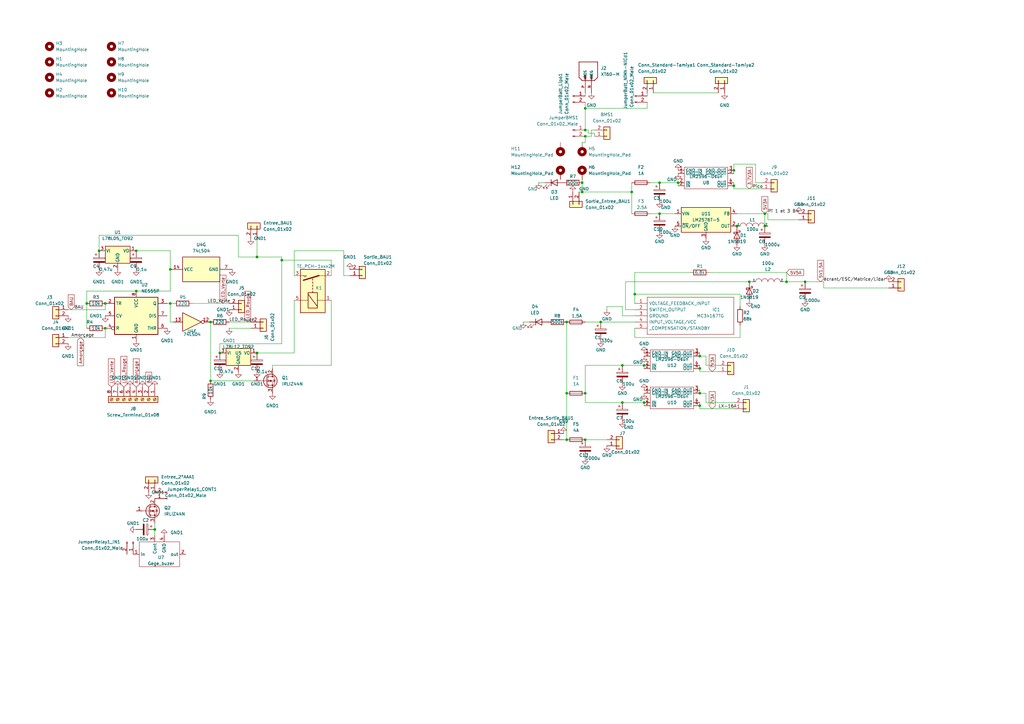
<source format=kicad_sch>
(kicad_sch (version 20230121) (generator eeschema)
  (paper "A3")
  (junction (at 278.13 74.93))
  (junction (at 232.41 161.29))
  (junction (at 63.5 217.17))
  (junction (at 43.18 124.46))
  (junction (at 240.03 53.34))
  (junction (at 287.02 161.29))
  (junction (at 35.56 124.46))
  (junction (at 86.36 132.08))
  (junction (at 69.85 124.46))
  (junction (at 264.16 149.86))
  (junction (at 238.76 78.74))
  (junction (at 287.02 151.13))
  (junction (at 105.41 105.41))
  (junction (at 40.64 102.87))
  (junction (at 259.08 78.74))
  (junction (at 69.85 110.49))
  (junction (at 302.26 92.71))
  (junction (at 313.69 92.71))
  (junction (at 264.16 165.1))
  (junction (at 322.58 115.57))
  (junction (at 260.35 120.65))
  (junction (at 55.88 102.87))
  (junction (at 287.02 166.37))
  (junction (at 287.02 146.05))
  (junction (at 86.36 156.21))
  (junction (at 313.69 87.63))
  (junction (at 255.27 149.86))
  (junction (at 43.18 134.62))
  (junction (at 232.41 180.34))
  (junction (at 240.03 44.45))
  (junction (at 232.41 132.08))
  (junction (at 115.57 106.68))
  (junction (at 300.99 69.85))
  (junction (at 238.76 74.93))
  (junction (at 240.03 180.34))
  (junction (at 270.51 74.93))
  (junction (at 240.03 55.88))
  (junction (at 246.38 132.08))
  (junction (at 270.51 87.63))
  (junction (at 307.34 115.57))
  (junction (at 330.2 115.57))
  (junction (at 300.99 76.2))
  (junction (at 240.03 161.29))
  (junction (at 105.41 144.78))
  (junction (at 90.17 144.78))
  (junction (at 255.27 165.1))
  (junction (at 55.88 119.38))
  (wire (pts (xy 140.97 102.87) (xy 140.97 113.03)))
  (wire (pts (xy 287.02 144.78) (xy 287.02 146.05)))
  (wire (pts (xy 111.76 151.13) (xy 111.76 149.86)))
  (wire (pts (xy 260.35 120.65) (xy 260.35 124.46)))
  (wire (pts (xy 287.02 146.05) (xy 289.56 146.05)))
  (wire (pts (xy 255.27 125.73) (xy 255.27 129.54)))
  (wire (pts (xy 322.58 111.76) (xy 322.58 115.57)))
  (wire (pts (xy 93.98 132.08) (xy 102.87 132.08)))
  (wire (pts (xy 97.79 96.52) (xy 97.79 105.41)))
  (wire (pts (xy 300.99 69.85) (xy 300.99 71.12)))
  (wire (pts (xy 69.85 110.49) (xy 69.85 119.38)))
  (wire (pts (xy 120.65 113.03) (xy 120.65 102.87)))
  (wire (pts (xy 35.56 124.46) (xy 35.56 134.62)))
  (wire (pts (xy 135.89 149.86) (xy 135.89 123.19)))
  (wire (pts (xy 287.02 165.1) (xy 287.02 166.37)))
  (wire (pts (xy 240.03 58.42) (xy 240.03 55.88)))
  (wire (pts (xy 69.85 132.08) (xy 71.12 132.08)))
  (wire (pts (xy 27.94 127) (xy 43.18 127)))
  (wire (pts (xy 115.57 106.68) (xy 115.57 140.97)))
  (wire (pts (xy 255.27 129.54) (xy 260.35 129.54)))
  (wire (pts (xy 69.85 124.46) (xy 68.58 124.46)))
  (wire (pts (xy 289.56 161.29) (xy 289.56 165.1)))
  (wire (pts (xy 260.35 120.65) (xy 303.53 120.65)))
  (wire (pts (xy 240.03 165.1) (xy 255.27 165.1)))
  (wire (pts (xy 242.57 53.34) (xy 242.57 55.88)))
  (wire (pts (xy 120.65 102.87) (xy 140.97 102.87)))
  (wire (pts (xy 55.88 102.87) (xy 69.85 102.87)))
  (wire (pts (xy 307.34 115.57) (xy 256.54 115.57)))
  (wire (pts (xy 243.84 54.61) (xy 241.3 54.61)))
  (wire (pts (xy 265.43 44.45) (xy 240.03 44.45)))
  (wire (pts (xy 270.51 87.63) (xy 276.86 87.63)))
  (wire (pts (xy 140.97 113.03) (xy 143.51 113.03)))
  (wire (pts (xy 321.31 115.57) (xy 322.58 115.57)))
  (wire (pts (xy 303.53 133.35) (xy 303.53 138.43)))
  (wire (pts (xy 309.88 74.93) (xy 312.42 74.93)))
  (wire (pts (xy 243.84 53.34) (xy 242.57 53.34)))
  (wire (pts (xy 248.92 125.73) (xy 255.27 125.73)))
  (wire (pts (xy 104.14 156.21) (xy 86.36 156.21)))
  (wire (pts (xy 105.41 105.41) (xy 115.57 105.41)))
  (wire (pts (xy 71.12 124.46) (xy 69.85 124.46)))
  (wire (pts (xy 238.76 74.93) (xy 238.76 78.74)))
  (wire (pts (xy 303.53 125.73) (xy 303.53 120.65)))
  (wire (pts (xy 313.69 87.63) (xy 313.69 92.71)))
  (wire (pts (xy 238.76 78.74) (xy 259.08 78.74)))
  (wire (pts (xy 102.87 134.62) (xy 93.98 134.62)))
  (wire (pts (xy 63.5 217.17) (xy 63.5 219.71)))
  (wire (pts (xy 283.21 111.76) (xy 260.35 111.76)))
  (wire (pts (xy 135.89 106.68) (xy 115.57 106.68)))
  (wire (pts (xy 289.56 165.1) (xy 300.99 165.1)))
  (wire (pts (xy 69.85 124.46) (xy 69.85 132.08)))
  (wire (pts (xy 287.02 149.86) (xy 287.02 151.13)))
  (wire (pts (xy 43.18 124.46) (xy 43.18 127)))
  (wire (pts (xy 256.54 127) (xy 260.35 127)))
  (wire (pts (xy 287.02 160.02) (xy 287.02 161.29)))
  (wire (pts (xy 105.41 97.79) (xy 105.41 105.41)))
  (wire (pts (xy 289.56 146.05) (xy 289.56 149.86)))
  (wire (pts (xy 27.94 138.43) (xy 43.18 138.43)))
  (wire (pts (xy 55.88 119.38) (xy 35.56 119.38)))
  (wire (pts (xy 115.57 105.41) (xy 115.57 106.68)))
  (wire (pts (xy 220.98 74.93) (xy 223.52 74.93)))
  (wire (pts (xy 264.16 149.86) (xy 264.16 151.13)))
  (wire (pts (xy 287.02 152.4) (xy 287.02 151.13)))
  (wire (pts (xy 278.13 74.93) (xy 278.13 76.2)))
  (wire (pts (xy 238.76 58.42) (xy 240.03 58.42)))
  (wire (pts (xy 287.02 161.29) (xy 289.56 161.29)))
  (wire (pts (xy 256.54 115.57) (xy 256.54 127)))
  (wire (pts (xy 265.43 41.91) (xy 265.43 44.45)))
  (wire (pts (xy 300.99 77.47) (xy 312.42 77.47)))
  (wire (pts (xy 300.99 67.31) (xy 300.99 69.85)))
  (wire (pts (xy 314.96 90.17) (xy 314.96 87.63)))
  (wire (pts (xy 115.57 140.97) (xy 90.17 140.97)))
  (wire (pts (xy 240.03 180.34) (xy 248.92 180.34)))
  (wire (pts (xy 255.27 165.1) (xy 264.16 165.1)))
  (wire (pts (xy 243.84 55.88) (xy 243.84 54.61)))
  (wire (pts (xy 111.76 149.86) (xy 135.89 149.86)))
  (wire (pts (xy 300.99 67.31) (xy 309.88 67.31)))
  (wire (pts (xy 314.96 92.71) (xy 313.69 92.71)))
  (wire (pts (xy 300.99 77.47) (xy 300.99 76.2)))
  (wire (pts (xy 105.41 144.78) (xy 120.65 144.78)))
  (wire (pts (xy 97.79 105.41) (xy 105.41 105.41)))
  (wire (pts (xy 232.41 180.34) (xy 232.41 161.29)))
  (wire (pts (xy 240.03 149.86) (xy 255.27 149.86)))
  (wire (pts (xy 240.03 149.86) (xy 240.03 161.29)))
  (wire (pts (xy 270.51 74.93) (xy 278.13 74.93)))
  (wire (pts (xy 240.03 39.37) (xy 240.03 38.1)))
  (wire (pts (xy 255.27 149.86) (xy 264.16 149.86)))
  (wire (pts (xy 266.7 87.63) (xy 270.51 87.63)))
  (wire (pts (xy 93.98 124.46) (xy 78.74 124.46)))
  (wire (pts (xy 241.3 53.34) (xy 240.03 53.34)))
  (wire (pts (xy 260.35 111.76) (xy 260.35 120.65)))
  (wire (pts (xy 232.41 132.08) (xy 232.41 161.29)))
  (wire (pts (xy 248.92 125.73) (xy 248.92 127)))
  (wire (pts (xy 327.66 90.17) (xy 314.96 90.17)))
  (wire (pts (xy 330.2 115.57) (xy 337.82 115.57)))
  (wire (pts (xy 267.97 38.1) (xy 294.64 38.1)))
  (wire (pts (xy 313.69 87.63) (xy 314.96 87.63)))
  (wire (pts (xy 35.56 119.38) (xy 35.56 124.46)))
  (wire (pts (xy 63.5 214.63) (xy 63.5 217.17)))
  (wire (pts (xy 259.08 78.74) (xy 259.08 87.63)))
  (wire (pts (xy 337.82 118.11) (xy 337.82 115.57)))
  (wire (pts (xy 307.34 115.57) (xy 308.61 115.57)))
  (wire (pts (xy 302.26 87.63) (xy 313.69 87.63)))
  (wire (pts (xy 242.57 55.88) (xy 240.03 55.88)))
  (wire (pts (xy 90.17 140.97) (xy 90.17 144.78)))
  (wire (pts (xy 322.58 115.57) (xy 330.2 115.57)))
  (wire (pts (xy 69.85 119.38) (xy 55.88 119.38)))
  (wire (pts (xy 259.08 74.93) (xy 259.08 78.74)))
  (wire (pts (xy 40.64 96.52) (xy 97.79 96.52)))
  (wire (pts (xy 309.88 67.31) (xy 309.88 74.93)))
  (wire (pts (xy 69.85 102.87) (xy 69.85 110.49)))
  (wire (pts (xy 238.76 73.66) (xy 238.76 74.93)))
  (wire (pts (xy 265.43 39.37) (xy 265.43 38.1)))
  (wire (pts (xy 294.64 152.4) (xy 287.02 152.4)))
  (wire (pts (xy 287.02 167.64) (xy 287.02 166.37)))
  (wire (pts (xy 322.58 111.76) (xy 290.83 111.76)))
  (wire (pts (xy 260.35 138.43) (xy 303.53 138.43)))
  (wire (pts (xy 240.03 132.08) (xy 246.38 132.08)))
  (wire (pts (xy 135.89 113.03) (xy 135.89 106.68)))
  (wire (pts (xy 231.14 180.34) (xy 232.41 180.34)))
  (wire (pts (xy 240.03 41.91) (xy 240.03 44.45)))
  (wire (pts (xy 240.03 161.29) (xy 240.03 165.1)))
  (wire (pts (xy 266.7 74.93) (xy 270.51 74.93)))
  (wire (pts (xy 264.16 165.1) (xy 264.16 166.37)))
  (wire (pts (xy 289.56 149.86) (xy 294.64 149.86)))
  (wire (pts (xy 120.65 144.78) (xy 120.65 123.19)))
  (wire (pts (xy 214.63 132.08) (xy 217.17 132.08)))
  (wire (pts (xy 240.03 44.45) (xy 240.03 53.34)))
  (wire (pts (xy 300.99 74.93) (xy 300.99 76.2)))
  (wire (pts (xy 237.49 78.74) (xy 238.76 78.74)))
  (wire (pts (xy 86.36 132.08) (xy 86.36 156.21)))
  (wire (pts (xy 43.18 138.43) (xy 43.18 134.62)))
  (wire (pts (xy 260.35 138.43) (xy 260.35 134.62)))
  (wire (pts (xy 300.99 167.64) (xy 287.02 167.64)))
  (wire (pts (xy 40.64 96.52) (xy 40.64 102.87)))
  (wire (pts (xy 364.49 118.11) (xy 337.82 118.11)))
  (wire (pts (xy 246.38 132.08) (xy 260.35 132.08)))
  (wire (pts (xy 241.3 54.61) (xy 241.3 53.34)))
  (label "Amorçage" (at 29.21 138.43 0))
  (label "LED_Rouge" (at 93.98 132.08 0))
  (label "BAU" (at 30.48 127 0))
  (label "Pico" (at 308.61 77.47 0))
  (label "LED_Verte" (at 85.09 124.46 0))
  (label "écrant{slash}ESC{slash}Matrice{slash}Lidar" (at 337.82 115.57 0))
  (label "LX-16A" (at 294.64 167.64 0))
  (label "Pi 1 et 3 B+" (at 314.96 87.63 0))
  (global_label "BAU" (shape input) (at 60.96 158.75 90) (property "Intersheetrefs" "${INTERSHEET_REFS}" (effects hide)))
  (global_label "Amorçage" (shape input) (at 55.88 158.75 90) (property "Intersheetrefs" "${INTERSHEET_REFS}" (effects hide)))
  (global_label "LED_Rouge" (shape input) (at 50.8 158.75 90) (property "Intersheetrefs" "${INTERSHEET_REFS}" (effects hide)))
  (global_label "5V5A" (shape input) (at 322.58 111.76 0) (property "Intersheetrefs" "${INTERSHEET_REFS}" (effects hide)))
  (global_label "LED_Rouge" (shape input) (at 101.6 132.08 90) (property "Intersheetrefs" "${INTERSHEET_REFS}" (effects hide)))
  (global_label "3,7V3A" (shape input) (at 307.34 77.47 90) (property "Intersheetrefs" "${INTERSHEET_REFS}" (effects hide)))
  (global_label "?V3A" (shape input) (at 292.1 152.4 90) (property "Intersheetrefs" "${INTERSHEET_REFS}" (effects hide)))
  (global_label "Amorçage" (shape input) (at 33.02 138.43 270) (property "Intersheetrefs" "${INTERSHEET_REFS}" (effects hide)))
  (global_label "5V1,5A" (shape input) (at 336.55 115.57 90) (property "Intersheetrefs" "${INTERSHEET_REFS}" (effects hide)))
  (global_label "7V3A" (shape input) (at 292.1 167.64 90) (property "Intersheetrefs" "${INTERSHEET_REFS}" (effects hide)))
  (global_label "BAU" (shape input) (at 29.21 127 90) (property "Intersheetrefs" "${INTERSHEET_REFS}" (effects hide)))
  (global_label "5V3A" (shape input) (at 313.69 87.63 90) (property "Intersheetrefs" "${INTERSHEET_REFS}" (effects hide)))
  (global_label "LED_Verte" (shape input) (at 91.44 124.46 90) (property "Intersheetrefs" "${INTERSHEET_REFS}" (effects hide)))
  (global_label "LED_Verte" (shape input) (at 45.72 158.75 90) (property "Intersheetrefs" "${INTERSHEET_REFS}" (effects hide)))
  (symbol (lib_id "power:GND") (at 255.27 157.48 0) (unit 1)
    (property "Reference" "#PWR0104" (effects hide))
    (property "Value" "GND" (at 255.27 161.29 0))
  )
  (symbol (lib_id "Connector_Generic:Conn_01x02") (at 317.5 77.47 0) (mirror x) (unit 1)
    (property "Reference" "J9" (at 317.5 68.58 0))
    (property "Value" "Conn_01x02" (at 317.5 71.12 0))
    (property "Footprint" "TerminalBlock_MetzConnect:TerminalBlock_MetzConnect_Type073_RT02602HBLU_1x02_P5.08mm_Horizontal" (effects hide))
  )
  (symbol (lib_id "Connector_Generic:Conn_01x02") (at 105.41 92.71 270) (mirror x) (unit 1)
    (property "Reference" "Entree_BAU1" (at 107.95 91.4399 90) (effects (justify left)))
    (property "Value" "Conn_01x02" (at 107.95 93.9799 90) (effects (justify left)))
    (property "Footprint" "TerminalBlock_MetzConnect:TerminalBlock_MetzConnect_Type073_RT02602HBLU_1x02_P5.08mm_Horizontal" (effects hide))
  )
  (symbol (lib_id "Regulator_Linear:L78L12_TO92") (at 97.79 144.78 0) (unit 1)
    (property "Reference" "U5" (at 97.79 144.78 0))
    (property "Value" "L78L12_TO92" (at 97.79 142.24 0))
    (property "Footprint" "Package_TO_SOT_THT:TO-92_Inline" (effects hide))
    (property "Datasheet" "http://www.st.com/content/ccc/resource/technical/document/datasheet/15/55/e5/aa/23/5b/43/fd/CD00000446.pdf/files/CD00000446.pdf/jcr:content/translations/en.CD00000446.pdf" (effects hide))
  )
  (symbol (lib_id "Connector:Conn_01x02_Male") (at 260.35 39.37 0) (unit 1)
    (property "Reference" "JumperBatt_NiMh-NiCd1" (at 256.54 33.02 90))
    (property "Value" "Conn_01x02_Male" (at 259.08 35.56 90))
    (property "Footprint" "Connector_PinHeader_2.54mm:PinHeader_1x02_P2.54mm_Vertical" (effects hide))
  )
  (symbol (lib_id "Device:C_Polarized") (at 313.69 96.52 0) (unit 1)
    (property "Reference" "C8" (at 311.15 99.06 0) (effects (justify left)))
    (property "Value" "1000u" (at 313.69 100.33 0) (effects (justify left)))
    (property "Footprint" "Capacitor_THT:CP_Radial_D8.0mm_P3.80mm" (effects hide))
  )
  (symbol (lib_id "power:GND1") (at 55.88 217.17 270) (unit 1)
    (property "Reference" "#PWR0102" (effects hide))
    (property "Value" "GND1" (at 54.61 214.63 90))
  )
  (symbol (lib_id "Device:LED") (at 227.33 74.93 0) (unit 1)
    (property "Reference" "D3" (at 227.33 78.74 0))
    (property "Value" "LED" (at 227.33 81.28 0))
    (property "Footprint" "LED_THT:LED_D5.0mm" (effects hide))
  )
  (symbol (lib_id "power:GND") (at 220.98 74.93 0) (unit 1)
    (property "Reference" "#PWR0141" (effects hide))
    (property "Value" "GND" (at 218.44 77.47 0))
  )
  (symbol (lib_id "Mechanical:MountingHole") (at 45.72 25.4 0) (unit 1)
    (property "Reference" "H8" (at 48.26 24.1299 0) (effects (justify left)))
    (property "Value" "MountingHole" (at 48.26 26.6699 0) (effects (justify left)))
    (property "Footprint" "MountingHole:MountingHole_3mm" (effects hide))
  )
  (symbol (lib_id "power:GND") (at 248.92 182.88 0) (unit 1)
    (property "Reference" "#PWR0103" (effects hide))
    (property "Value" "GND" (at 248.92 186.69 0))
  )
  (symbol (lib_id "power:GND1") (at 90.17 152.4 0) (unit 1)
    (property "Reference" "#PWR0149" (effects hide))
    (property "Value" "GND1" (at 90.17 157.48 0))
  )
  (symbol (lib_id "power:GND") (at 297.18 38.1 0) (unit 1)
    (property "Reference" "#PWR0138" (effects hide))
    (property "Value" "GND" (at 297.18 43.18 0))
  )
  (symbol (lib_id "power:GND") (at 330.2 123.19 0) (unit 1)
    (property "Reference" "#PWR0111" (effects hide))
    (property "Value" "GND" (at 330.2 127 0))
  )
  (symbol (lib_id "Mechanical:MountingHole_Pad") (at 238.76 60.96 180) (unit 1)
    (property "Reference" "H5" (at 241.3 60.9599 0) (effects (justify right)))
    (property "Value" "MountingHole_Pad" (at 241.3 63.4999 0) (effects (justify right)))
    (property "Footprint" "MountingHole:MountingHole_2.2mm_M2_Pad" (effects hide))
  )
  (symbol (lib_id "Mechanical:MountingHole") (at 45.72 38.1 0) (unit 1)
    (property "Reference" "H10" (at 48.26 36.8299 0) (effects (justify left)))
    (property "Value" "MountingHole" (at 48.26 39.3699 0) (effects (justify left)))
    (property "Footprint" "MountingHole:MountingHole_3mm" (effects hide))
  )
  (symbol (lib_id "power:GND1") (at 43.18 129.54 0) (unit 1)
    (property "Reference" "#PWR0145" (effects hide))
    (property "Value" "GND1" (at 39.37 129.54 0))
  )
  (symbol (lib_id "power:GND") (at 289.56 97.79 0) (unit 1)
    (property "Reference" "#PWR0114" (effects hide))
    (property "Value" "GND" (at 289.56 101.6 0))
  )
  (symbol (lib_id "XT60-M:XT60-M") (at 242.57 33.02 90) (unit 1)
    (property "Reference" "J2" (at 246.38 27.9399 90) (effects (justify right)))
    (property "Value" "XT60-M" (at 246.38 30.4799 90) (effects (justify right)))
    (property "Footprint" "AMASS_XT60-M" (effects hide))
    (property "Price" "None" (effects hide))
    (property "Availability" "Not in stock" (effects hide))
    (property "MP" "XT60-M" (effects hide))
    (property "Package" "Package" (effects hide))
    (property "Description" "\\nPlug; DC supply; XT60; male; PIN: 2; for cable; soldered; 30A; 500V\\n" (effects hide))
    (property "MF" "AMASS" (effects hide))
  )
  (symbol (lib_id "Timer:NE555P") (at 55.88 129.54 0) (unit 1)
    (property "Reference" "U2" (at 57.8994 116.84 0) (effects (justify left)))
    (property "Value" "NE555P" (at 57.8994 119.38 0) (effects (justify left)))
    (property "Footprint" "Package_DIP:DIP-8_W7.62mm" (effects hide))
    (property "Datasheet" "http://www.ti.com/lit/ds/symlink/ne555.pdf" (effects hide))
  )
  (symbol (lib_id "power:GND") (at 248.92 127 0) (unit 1)
    (property "Reference" "#PWR0113" (effects hide))
    (property "Value" "GND" (at 248.92 130.81 0))
  )
  (symbol (lib_id "power:GND") (at 270.51 95.25 0) (unit 1)
    (property "Reference" "#PWR0121" (effects hide))
    (property "Value" "GND" (at 270.51 99.06 0))
  )
  (symbol (lib_id "power:GND1") (at 27.94 140.97 0) (unit 1)
    (property "Reference" "#PWR0144" (effects hide))
    (property "Value" "GND1" (at 27.94 146.05 0))
  )
  (symbol (lib_id "power:GND1") (at 63.5 158.75 180) (unit 1)
    (property "Reference" "#PWR0135" (effects hide))
    (property "Value" "GND1" (at 60.96 154.94 0) (effects (justify right)))
  )
  (symbol (lib_id "Connector_Generic:Conn_01x02") (at 248.92 55.88 0) (mirror x) (unit 1)
    (property "Reference" "BMS1" (at 248.92 46.99 0))
    (property "Value" "Conn_01x02" (at 248.92 49.53 0))
    (property "Footprint" "TerminalBlock_MetzConnect:TerminalBlock_MetzConnect_Type073_RT02602HBLU_1x02_P5.08mm_Horizontal" (effects hide))
  )
  (symbol (lib_id "Diode:1N5819") (at 302.26 96.52 270) (unit 1)
    (property "Reference" "D1" (at 303.53 96.52 90) (effects (justify left)))
    (property "Value" "1N5819" (at 298.45 99.06 90) (effects (justify left)))
    (property "Footprint" "Diode_THT:D_DO-41_SOD81_P10.16mm_Horizontal" (effects hide))
    (property "Datasheet" "http://www.vishay.com/docs/88525/1n5817.pdf" (effects hide))
  )
  (symbol (lib_id "Mechanical:MountingHole") (at 20.32 31.75 0) (unit 1)
    (property "Reference" "H4" (at 22.86 30.4799 0) (effects (justify left)))
    (property "Value" "MountingHole" (at 22.86 33.0199 0) (effects (justify left)))
    (property "Footprint" "MountingHole:MountingHole_3mm" (effects hide))
  )
  (symbol (lib_id "74xx:74LS04") (at 82.55 110.49 90) (unit 7)
    (property "Reference" "U4" (at 82.55 100.33 90))
    (property "Value" "74LS04" (at 82.55 102.87 90))
    (property "Footprint" "Package_DIP:DIP-14_W7.62mm_Socket_LongPads" (effects hide))
    (property "Datasheet" "http://www.ti.com/lit/gpn/sn74LS04" (effects hide))
  )
  (symbol (lib_id "Device:C_Polarized") (at 40.64 106.68 0) (unit 1)
    (property "Reference" "C4" (at 38.1 109.22 0) (effects (justify left)))
    (property "Value" "0,47u" (at 40.64 110.49 0) (effects (justify left)))
    (property "Footprint" "Capacitor_THT:CP_Radial_D5.0mm_P2.50mm" (effects hide))
  )
  (symbol (lib_id "power:GND1") (at 48.26 110.49 0) (unit 1)
    (property "Reference" "#PWR0125" (effects hide))
    (property "Value" "GND1" (at 48.26 115.57 0))
  )
  (symbol (lib_id "Device:C_Polarized") (at 330.2 119.38 0) (unit 1)
    (property "Reference" "C5" (at 327.66 121.92 0) (effects (justify left)))
    (property "Value" "1000u" (at 330.2 123.19 0) (effects (justify left)))
    (property "Footprint" "Capacitor_THT:CP_Radial_D8.0mm_P3.80mm" (effects hide))
  )
  (symbol (lib_id "Transistor_FET:IRLIZ44N") (at 60.96 209.55 0) (unit 1)
    (property "Reference" "Q2" (at 67.31 208.2799 0) (effects (justify left)))
    (property "Value" "IRLIZ44N" (at 67.31 210.8199 0) (effects (justify left)))
    (property "Footprint" "Package_TO_SOT_THT:TO-220F-3_Vertical" (effects hide))
    (property "Datasheet" "http://www.irf.com/product-info/datasheets/data/irliz44n.pdf" (effects hide))
  )
  (symbol (lib_id "Device:C_Polarized") (at 55.88 106.68 0) (unit 1)
    (property "Reference" "C9" (at 53.34 109.22 0) (effects (justify left)))
    (property "Value" "0,1u" (at 55.88 110.49 0) (effects (justify left)))
    (property "Footprint" "Capacitor_THT:CP_Radial_D4.0mm_P2.00mm" (effects hide))
  )
  (symbol (lib_id "Connector_Generic:Conn_01x02") (at 254 182.88 0) (mirror x) (unit 1)
    (property "Reference" "J7" (at 255.27 177.8 0))
    (property "Value" "Conn_01x02" (at 256.54 185.42 0))
    (property "Footprint" "TerminalBlock_MetzConnect:TerminalBlock_MetzConnect_Type073_RT02602HBLU_1x02_P5.08mm_Horizontal" (effects hide))
  )
  (symbol (lib_id "MC34167TG:MC34167TG") (at 260.35 124.46 0) (unit 1)
    (property "Reference" "IC1" (at 292.1 127 0) (effects (justify left)))
    (property "Value" "MC34167TG" (at 285.75 129.54 0) (effects (justify left)))
    (property "Footprint" "Package_TO_SOT_THT:TO-220-5_P3.4x3.7mm_StaggerOdd_Lead3.8mm_Vertical" (effects hide))
    (property "Datasheet" "http://www.onsemi.com/pub/Collateral/MC34167-D.PDF" (effects hide))
    (property "Description" "5A, Buck/Boost/Inv. Sw Reg, MC34167TG ON Semiconductor MC34167TG, Buck/Boost Converter 5A, -2  40 V, 79 kHz, 5-Pin TO-220" (effects hide))
    (property "Height" "15.57" (effects hide))
    (property "Manufacturer_Name" "onsemi" (effects hide))
    (property "Manufacturer_Part_Number" "MC34167TG" (effects hide))
    (property "Mouser Part Number" "863-MC34167TG" (effects hide))
    (property "Mouser Price/Stock" "https://www.mouser.co.uk/ProductDetail/onsemi/MC34167TG?qs=dFKnUM%2FquJbn9bYQ9tI2sg%3D%3D" (effects hide))
    (property "Arrow Part Number" "MC34167TG" (effects hide))
    (property "Arrow Price/Stock" "https://www.arrow.com/en/products/mc34167tg/on-semiconductor?region=nac" (effects hide))
  )
  (symbol (lib_id "power:GND1") (at 86.36 163.83 0) (unit 1)
    (property "Reference" "#PWR0117" (effects hide))
    (property "Value" "GND1" (at 86.36 168.91 0))
  )
  (symbol (lib_id "Connector:Conn_01x02_Male") (at 234.95 53.34 0) (unit 1)
    (property "Reference" "JumperBMS1" (at 231.14 48.26 0))
    (property "Value" "Conn_01x02_Male" (at 228.6 50.8 0))
    (property "Footprint" "Connector_PinHeader_2.54mm:PinHeader_1x02_P2.54mm_Vertical" (effects hide))
  )
  (symbol (lib_id "Device:C_Polarized") (at 240.03 184.15 0) (unit 1)
    (property "Reference" "C13" (at 237.49 186.69 0) (effects (justify left)))
    (property "Value" "1000u" (at 240.03 187.96 0) (effects (justify left)))
    (property "Footprint" "Capacitor_THT:CP_Radial_D8.0mm_P3.80mm" (effects hide))
  )
  (symbol (lib_id "pspice:INDUCTOR") (at 314.96 115.57 0) (unit 1)
    (property "Reference" "L2" (at 314.96 110.49 0))
    (property "Value" "100u" (at 314.96 107.95 0))
    (property "Footprint" "Inductor_THT:L_Toroid_Vertical_L16.5mm_W11.4mm_P7.62mm_Pulse_KM-2" (effects hide))
  )
  (symbol (lib_id "Device:C_Polarized") (at 255.27 153.67 0) (unit 1)
    (property "Reference" "C6" (at 252.73 156.21 0) (effects (justify left)))
    (property "Value" "100u" (at 255.27 157.48 0) (effects (justify left)))
    (property "Footprint" "Capacitor_THT:CP_Radial_D6.3mm_P2.50mm" (effects hide))
  )
  (symbol (lib_id "Device:R") (at 74.93 124.46 270) (unit 1)
    (property "Reference" "R5" (at 74.93 121.92 90))
    (property "Value" "220" (at 74.93 124.46 90))
    (property "Footprint" "Resistor_THT:R_Axial_DIN0207_L6.3mm_D2.5mm_P10.16mm_Horizontal" (effects hide))
  )
  (symbol (lib_id "Diode:1N5819") (at 307.34 119.38 270) (unit 1)
    (property "Reference" "D2" (at 308.61 119.38 90) (effects (justify left)))
    (property "Value" "1N5819" (at 303.53 121.92 90) (effects (justify left)))
    (property "Footprint" "Diode_THT:D_DO-41_SOD81_P10.16mm_Horizontal" (effects hide))
    (property "Datasheet" "http://www.vishay.com/docs/88525/1n5817.pdf" (effects hide))
  )
  (symbol (lib_id "power:GND") (at 255.27 172.72 0) (unit 1)
    (property "Reference" "#PWR0105" (effects hide))
    (property "Value" "GND" (at 257.81 175.26 0))
  )
  (symbol (lib_id "Connector_Generic:Conn_01x02") (at 332.74 90.17 0) (mirror x) (unit 1)
    (property "Reference" "J11" (at 332.74 81.28 0))
    (property "Value" "Conn_01x02" (at 332.74 83.82 0))
    (property "Footprint" "TerminalBlock_MetzConnect:TerminalBlock_MetzConnect_Type073_RT02602HBLU_1x02_P5.08mm_Horizontal" (effects hide))
  )
  (symbol (lib_id "power:GND1") (at 40.64 110.49 0) (unit 1)
    (property "Reference" "#PWR0139" (effects hide))
    (property "Value" "GND1" (at 40.64 115.57 0))
  )
  (symbol (lib_id "power:GND") (at 264.16 144.78 180) (unit 1)
    (property "Reference" "#PWR0153" (effects hide))
    (property "Value" "GND" (at 264.16 140.97 0))
  )
  (symbol (lib_id "power:GND") (at 264.16 146.05 0) (unit 1)
    (property "Reference" "#PWR0151" (effects hide))
    (property "Value" "GND" (at 261.62 148.59 0))
  )
  (symbol (lib_id "Connector_Generic:Conn_01x02") (at 22.86 127 0) (mirror y) (unit 1)
    (property "Reference" "J3" (at 20.32 121.92 0))
    (property "Value" "Conn_01x02" (at 20.32 124.46 0))
    (property "Footprint" "TerminalBlock_MetzConnect:TerminalBlock_MetzConnect_Type073_RT02602HBLU_1x02_P5.08mm_Horizontal" (effects hide))
  )
  (symbol (lib_id "Transistor_FET:IRLIZ44N") (at 109.22 156.21 0) (unit 1)
    (property "Reference" "Q1" (at 115.57 154.9399 0) (effects (justify left)))
    (property "Value" "IRLIZ44N" (at 115.57 157.4799 0) (effects (justify left)))
    (property "Footprint" "Package_TO_SOT_THT:TO-220F-3_Vertical" (effects hide))
    (property "Datasheet" "http://www.irf.com/product-info/datasheets/data/irliz44n.pdf" (effects hide))
  )
  (symbol (lib_id "power:GND") (at 270.51 82.55 0) (unit 1)
    (property "Reference" "#PWR0118" (effects hide))
    (property "Value" "GND" (at 273.05 85.09 0))
  )
  (symbol (lib_id "Mechanical:MountingHole_Pad") (at 238.76 71.12 0) (unit 1)
    (property "Reference" "H6" (at 241.3 68.5799 0) (effects (justify left)))
    (property "Value" "MountingHole_Pad" (at 241.3 71.1199 0) (effects (justify left)))
    (property "Footprint" "MountingHole:MountingHole_2.2mm_M2_Pad" (effects hide))
  )
  (symbol (lib_id "Connector:Screw_Terminal_01x08") (at 55.88 163.83 270) (unit 1)
    (property "Reference" "J8" (at 54.61 167.64 90))
    (property "Value" "Screw_Terminal_01x08" (at 54.61 170.18 90))
    (property "Footprint" "TerminalBlock_Phoenix:TerminalBlock_Phoenix_MKDS-3-8-5.08_1x08_P5.08mm_Horizontal" (effects hide))
  )
  (symbol (lib_id "power:GND1") (at 95.25 110.49 0) (unit 1)
    (property "Reference" "#PWR0146" (effects hide))
    (property "Value" "GND1" (at 95.25 115.57 0))
  )
  (symbol (lib_id "Connector_Generic:Conn_01x02") (at 369.57 118.11 0) (mirror x) (unit 1)
    (property "Reference" "J12" (at 369.57 109.22 0))
    (property "Value" "Conn_01x02" (at 369.57 111.76 0))
    (property "Footprint" "TerminalBlock_MetzConnect:TerminalBlock_MetzConnect_Type073_RT02602HBLU_1x02_P5.08mm_Horizontal" (effects hide))
  )
  (symbol (lib_id "power:GND") (at 327.66 87.63 180) (unit 1)
    (property "Reference" "#PWR0109" (effects hide))
    (property "Value" "GND" (at 327.66 83.82 0))
  )
  (symbol (lib_id "Device:C_Polarized") (at 90.17 148.59 0) (unit 1)
    (property "Reference" "C11" (at 87.63 151.13 0) (effects (justify left)))
    (property "Value" "0,47u" (at 90.17 152.4 0) (effects (justify left)))
    (property "Footprint" "Capacitor_THT:CP_Radial_D5.0mm_P2.50mm" (effects hide))
  )
  (symbol (lib_id "LM2596-mini-Dsun:LM2596-Dsun") (at 289.56 74.93 0) (unit 1)
    (property "Reference" "U8" (at 289.56 74.93 0))
    (property "Value" "LM2596-Dsun" (at 289.56 72.39 0))
    (property "Footprint" "LM2596-Dsun:LM2596-Dsun" (effects hide))
  )
  (symbol (lib_id "power:GND1") (at 68.58 134.62 0) (unit 1)
    (property "Reference" "#PWR0131" (effects hide))
    (property "Value" "GND1" (at 68.58 139.7 0))
  )
  (symbol (lib_id "power:GND") (at 264.16 161.29 0) (unit 1)
    (property "Reference" "#PWR0119" (effects hide))
    (property "Value" "GND" (at 261.62 163.83 0))
  )
  (symbol (lib_id "Mechanical:MountingHole_Pad") (at 229.87 71.12 0) (unit 1)
    (property "Reference" "H12" (at 209.55 68.58 0) (effects (justify left)))
    (property "Value" "MountingHole_Pad" (at 209.55 71.12 0) (effects (justify left)))
    (property "Footprint" "MountingHole:MountingHole_2.2mm_M2_Pad" (effects hide))
  )
  (symbol (lib_id "power:GND1") (at 102.87 97.79 0) (unit 1)
    (property "Reference" "#PWR0130" (effects hide))
    (property "Value" "GND1" (at 106.68 97.79 0))
  )
  (symbol (lib_id "Connector:Conn_01x02_Male") (at 54.61 222.25 270) (unit 1)
    (property "Reference" "JumperRelay1_IN1" (at 40.64 222.25 90))
    (property "Value" "Conn_01x02_Male" (at 41.91 224.79 90))
    (property "Footprint" "Connector_PinHeader_2.54mm:PinHeader_1x02_P2.54mm_Vertical" (effects hide))
  )
  (symbol (lib_id "power:GND1") (at 97.79 152.4 0) (unit 1)
    (property "Reference" "#PWR0147" (effects hide))
    (property "Value" "GND1" (at 97.79 157.48 0))
  )
  (symbol (lib_id "Connector_Generic:Conn_01x02") (at 99.06 127 0) (mirror x) (unit 1)
    (property "Reference" "J5" (at 99.06 118.11 0))
    (property "Value" "Conn_01x02" (at 99.06 120.65 0))
    (property "Footprint" "TerminalBlock_MetzConnect:TerminalBlock_MetzConnect_Type073_RT02602HBLU_1x02_P5.08mm_Horizontal" (effects hide))
  )
  (symbol (lib_id "power:GND") (at 278.13 71.12 0) (unit 1)
    (property "Reference" "#PWR0154" (effects hide))
    (property "Value" "GND" (at 275.59 73.66 0))
  )
  (symbol (lib_id "Device:Fuse") (at 236.22 132.08 90) (unit 1)
    (property "Reference" "F4" (at 237.49 127 90) (effects (justify left)))
    (property "Value" "1,5A" (at 238.76 129.54 90) (effects (justify left)))
    (property "Footprint" "Fuse:Fuseholder_Clip-5x20mm_Keystone_3517_Inline_P23.11x6.76mm_D1.70mm_Horizontal" (effects hide))
  )
  (symbol (lib_id "Device:C_Polarized") (at 270.51 78.74 0) (unit 1)
    (property "Reference" "C3" (at 267.97 81.28 0) (effects (justify left)))
    (property "Value" "100u" (at 270.51 82.55 0) (effects (justify left)))
    (property "Footprint" "Capacitor_THT:CP_Radial_D6.3mm_P2.50mm" (effects hide))
  )
  (symbol (lib_id "power:GND1") (at 93.98 134.62 0) (unit 1)
    (property "Reference" "#PWR0128" (effects hide))
    (property "Value" "GND1" (at 93.98 139.7 0))
  )
  (symbol (lib_id "Device:R") (at 86.36 160.02 0) (unit 1)
    (property "Reference" "R9" (at 83.82 162.56 90))
    (property "Value" "10k" (at 86.36 160.02 90))
    (property "Footprint" "Resistor_THT:R_Axial_DIN0207_L6.3mm_D2.5mm_P10.16mm_Horizontal" (effects hide))
  )
  (symbol (lib_id "Device:R") (at 287.02 111.76 270) (unit 1)
    (property "Reference" "R1" (at 287.02 109.22 90))
    (property "Value" "6.8k" (at 287.02 111.76 90))
    (property "Footprint" "Resistor_THT:R_Axial_DIN0207_L6.3mm_D2.5mm_P10.16mm_Horizontal" (effects hide))
  )
  (symbol (lib_id "Mechanical:MountingHole") (at 20.32 25.4 0) (unit 1)
    (property "Reference" "H1" (at 22.86 24.1299 0) (effects (justify left)))
    (property "Value" "MountingHole" (at 22.86 26.6699 0) (effects (justify left)))
    (property "Footprint" "MountingHole:MountingHole_3mm" (effects hide))
  )
  (symbol (lib_id "Mechanical:MountingHole_Pad") (at 229.87 60.96 180) (unit 1)
    (property "Reference" "H11" (at 209.55 60.96 0) (effects (justify right)))
    (property "Value" "MountingHole_Pad" (at 209.55 63.5 0) (effects (justify right)))
    (property "Footprint" "MountingHole:MountingHole_2.2mm_M2_Pad" (effects hide))
  )
  (symbol (lib_id "Connector:Conn_01x02_Male") (at 234.95 39.37 0) (unit 1)
    (property "Reference" "JumperBatt_Lipo1" (at 229.87 46.99 90) (effects (justify left)))
    (property "Value" "Conn_01x02_Male" (at 232.41 46.99 90) (effects (justify left)))
    (property "Footprint" "Connector_PinHeader_2.54mm:PinHeader_1x02_P2.54mm_Vertical" (effects hide))
  )
  (symbol (lib_id "power:GND") (at 278.13 69.85 180) (unit 1)
    (property "Reference" "#PWR0107" (effects hide))
    (property "Value" "GND" (at 278.13 66.04 0))
  )
  (symbol (lib_id "power:GND1") (at 55.88 110.49 0) (unit 1)
    (property "Reference" "#PWR0126" (effects hide))
    (property "Value" "GND1" (at 55.88 115.57 0))
  )
  (symbol (lib_id "Device:C_Polarized") (at 105.41 148.59 0) (unit 1)
    (property "Reference" "C12" (at 102.87 151.13 0) (effects (justify left)))
    (property "Value" "0,1u" (at 105.41 152.4 0) (effects (justify left)))
    (property "Footprint" "Capacitor_THT:CP_Radial_D4.0mm_P2.00mm" (effects hide))
  )
  (symbol (lib_id "Device:R") (at 234.95 74.93 270) (unit 1)
    (property "Reference" "R7" (at 234.95 72.39 90))
    (property "Value" "500k" (at 234.95 74.93 90))
    (property "Footprint" "Resistor_THT:R_Axial_DIN0207_L6.3mm_D2.5mm_P10.16mm_Horizontal" (effects hide))
  )
  (symbol (lib_id "power:GND1") (at 58.42 158.75 180) (unit 1)
    (property "Reference" "#PWR0133" (effects hide))
    (property "Value" "GND1" (at 55.88 154.94 0) (effects (justify right)))
  )
  (symbol (lib_id "power:GND") (at 231.14 177.8 180) (unit 1)
    (property "Reference" "#PWR0142" (effects hide))
    (property "Value" "GND" (at 231.14 172.72 0))
  )
  (symbol (lib_id "Regulator_Switching:LM2576T-5") (at 289.56 90.17 0) (unit 1)
    (property "Reference" "U11" (at 289.56 87.63 0))
    (property "Value" "LM2576T-5" (at 289.56 90.17 0))
    (property "Footprint" "Package_TO_SOT_THT:TO-220-5_P3.4x3.7mm_StaggerOdd_Lead3.8mm_Vertical" (effects hide))
    (property "Datasheet" "http://www.ti.com/lit/ds/symlink/lm2576.pdf" (effects hide))
  )
  (symbol (lib_id "74xx:74LS04") (at 78.74 132.08 0) (unit 6)
    (property "Reference" "U4" (at 78.74 135.89 0))
    (property "Value" "74LS04" (at 78.74 137.16 0))
    (property "Footprint" "Package_DIP:DIP-14_W7.62mm_Socket_LongPads" (effects hide))
    (property "Datasheet" "http://www.ti.com/lit/gpn/sn74LS04" (effects hide))
  )
  (symbol (lib_name "LM2596-Dsun_2") (lib_id "LM2596-mini-Dsun:LM2596-Dsun") (at 275.59 149.86 0) (unit 1)
    (property "Reference" "U12" (at 275.59 149.86 0))
    (property "Value" "LM2596-Dsun" (at 275.59 147.32 0))
    (property "Footprint" "LM2596-Dsun:LM2596-Dsun" (effects hide))
  )
  (symbol (lib_id "Device:Fuse") (at 236.22 161.29 90) (unit 1)
    (property "Reference" "F1" (at 236.22 154.94 90))
    (property "Value" "1A" (at 236.22 157.48 90))
    (property "Footprint" "Fuse:Fuseholder_Clip-5x20mm_Keystone_3517_Inline_P23.11x6.76mm_D1.70mm_Horizontal" (effects hide))
  )
  (symbol (lib_id "power:GND1") (at 67.31 219.71 180) (unit 1)
    (property "Reference" "#PWR0122" (effects hide))
    (property "Value" "GND1" (at 69.85 218.4399 0) (effects (justify right)))
  )
  (symbol (lib_id "Device:R") (at 303.53 129.54 0) (unit 1)
    (property "Reference" "R2" (at 304.8 128.27 0) (effects (justify left)))
    (property "Value" "68k" (at 304.8 130.81 0) (effects (justify left)))
    (property "Footprint" "Resistor_THT:R_Axial_DIN0207_L6.3mm_D2.5mm_P10.16mm_Horizontal" (effects hide))
  )
  (symbol (lib_id "power:GND1") (at 105.41 152.4 0) (unit 1)
    (property "Reference" "#PWR0148" (effects hide))
    (property "Value" "GND1" (at 105.41 157.48 0))
  )
  (symbol (lib_id "power:GND") (at 313.69 100.33 0) (unit 1)
    (property "Reference" "#PWR0116" (effects hide))
    (property "Value" "GND" (at 313.69 104.14 0))
  )
  (symbol (lib_id "power:GND") (at 214.63 132.08 0) (unit 1)
    (property "Reference" "#PWR0101" (effects hide))
    (property "Value" "GND" (at 212.09 134.62 0))
  )
  (symbol (lib_id "Device:Fuse") (at 236.22 180.34 90) (unit 1)
    (property "Reference" "F5" (at 236.22 173.99 90))
    (property "Value" "4A" (at 236.22 176.53 90))
    (property "Footprint" "Fuse:Fuseholder_Clip-5x20mm_Keystone_3517_Inline_P23.11x6.76mm_D1.70mm_Horizontal" (effects hide))
  )
  (symbol (lib_id "Connector_Generic:Conn_01x02") (at 148.59 113.03 0) (mirror x) (unit 1)
    (property "Reference" "Sortie_BAU1" (at 154.94 105.41 0))
    (property "Value" "Conn_01x02" (at 154.94 107.95 0))
    (property "Footprint" "TerminalBlock_MetzConnect:TerminalBlock_MetzConnect_Type073_RT02602HBLU_1x02_P5.08mm_Horizontal" (effects hide))
  )
  (symbol (lib_id "power:GND") (at 264.16 160.02 180) (unit 1)
    (property "Reference" "#PWR0152" (effects hide))
    (property "Value" "GND" (at 264.16 156.21 0))
  )
  (symbol (lib_id "power:GND1") (at 143.51 110.49 180) (unit 1)
    (property "Reference" "#PWR0124" (effects hide))
    (property "Value" "GND1" (at 143.51 105.41 0))
  )
  (symbol (lib_id "power:GND") (at 246.38 139.7 0) (unit 1)
    (property "Reference" "#PWR0108" (effects hide))
    (property "Value" "GND" (at 246.38 143.51 0))
  )
  (symbol (lib_id "power:GND") (at 364.49 115.57 180) (unit 1)
    (property "Reference" "#PWR0110" (effects hide))
    (property "Value" "GND" (at 364.49 111.76 0))
  )
  (symbol (lib_id "Connector_Generic:Conn_01x02") (at 297.18 33.02 270) (mirror x) (unit 1)
    (property "Reference" "Conn_Standard-Tamiya2" (at 285.75 26.67 90) (effects (justify left)))
    (property "Value" "Conn_01x02" (at 290.83 29.21 90) (effects (justify left)))
    (property "Footprint" "TerminalBlock_MetzConnect:TerminalBlock_MetzConnect_Type073_RT02602HBLU_1x02_P5.08mm_Horizontal" (effects hide))
  )
  (symbol (lib_id "Device:C_Polarized") (at 270.51 91.44 0) (unit 1)
    (property "Reference" "C10" (at 267.97 93.98 0) (effects (justify left)))
    (property "Value" "100u" (at 270.51 95.25 0) (effects (justify left)))
    (property "Footprint" "Capacitor_THT:CP_Radial_D6.3mm_P2.50mm" (effects hide))
  )
  (symbol (lib_id "power:GND1") (at 93.98 127 0) (unit 1)
    (property "Reference" "#PWR0134" (effects hide))
    (property "Value" "GND1" (at 91.44 127 0))
  )
  (symbol (lib_id "power:GND") (at 307.34 123.19 0) (unit 1)
    (property "Reference" "#PWR0112" (effects hide))
    (property "Value" "GND" (at 309.88 125.73 0))
  )
  (symbol (lib_id "power:GND") (at 242.57 38.1 0) (unit 1)
    (property "Reference" "#PWR0137" (effects hide))
    (property "Value" "GND" (at 242.57 43.18 0))
  )
  (symbol (lib_id "Mechanical:MountingHole") (at 20.32 38.1 0) (unit 1)
    (property "Reference" "H2" (at 22.86 36.8299 0) (effects (justify left)))
    (property "Value" "MountingHole" (at 22.86 39.3699 0) (effects (justify left)))
    (property "Footprint" "MountingHole:MountingHole_3mm" (effects hide))
  )
  (symbol (lib_id "power:GND1") (at 60.96 201.93 0) (unit 1)
    (property "Reference" "#PWR0150" (effects hide))
    (property "Value" "GND1" (at 64.77 201.93 0))
  )
  (symbol (lib_id "Connector_Generic:Conn_01x02") (at 63.5 196.85 270) (mirror x) (unit 1)
    (property "Reference" "Entree_2*AAA1" (at 66.04 195.5799 90) (effects (justify left)))
    (property "Value" "Conn_01x02" (at 66.04 198.1199 90) (effects (justify left)))
    (property "Footprint" "TerminalBlock_MetzConnect:TerminalBlock_MetzConnect_Type073_RT02602HBLU_1x02_P5.08mm_Horizontal" (effects hide))
  )
  (symbol (lib_id "Connector_Generic:Conn_01x02") (at 107.95 134.62 0) (mirror x) (unit 1)
    (property "Reference" "J6" (at 109.2201 137.16 90) (effects (justify left)))
    (property "Value" "Conn_01x02" (at 111.76 128.27 90) (effects (justify left)))
    (property "Footprint" "TerminalBlock_MetzConnect:TerminalBlock_MetzConnect_Type073_RT02602HBLU_1x02_P5.08mm_Horizontal" (effects hide))
  )
  (symbol (lib_id "Regulator_Linear:L78L05_TO92") (at 48.26 102.87 0) (unit 1)
    (property "Reference" "U1" (at 48.26 95.25 0))
    (property "Value" "L78L05_TO92" (at 48.26 97.79 0))
    (property "Footprint" "Package_TO_SOT_THT:TO-220-3_Vertical" (effects hide))
    (property "Datasheet" "http://www.st.com/content/ccc/resource/technical/document/datasheet/15/55/e5/aa/23/5b/43/fd/CD00000446.pdf/files/CD00000446.pdf/jcr:content/translations/en.CD00000446.pdf" (effects hide))
  )
  (symbol (lib_id "Device:R") (at 39.37 124.46 270) (unit 1)
    (property "Reference" "R3" (at 39.37 121.92 90))
    (property "Value" "10k" (at 39.37 124.46 90))
    (property "Footprint" "Resistor_THT:R_Axial_DIN0207_L6.3mm_D2.5mm_P10.16mm_Horizontal" (effects hide))
  )
  (symbol (lib_id "pspice:INDUCTOR") (at 308.61 92.71 0) (unit 1)
    (property "Reference" "L1" (at 308.61 90.17 0))
    (property "Value" "100u" (at 308.61 93.98 0))
    (property "Footprint" "Inductor_THT:L_Toroid_Vertical_L16.5mm_W11.4mm_P7.62mm_Pulse_KM-2" (effects hide))
  )
  (symbol (lib_id "Connector_Generic:Conn_01x02") (at 306.07 167.64 0) (mirror x) (unit 1)
    (property "Reference" "J1" (at 306.07 158.75 0))
    (property "Value" "Conn_01x02" (at 306.07 161.29 0))
    (property "Footprint" "TerminalBlock_MetzConnect:TerminalBlock_MetzConnect_Type073_RT02602HBLU_1x02_P5.08mm_Horizontal" (effects hide))
  )
  (symbol (lib_id "Device:LED") (at 220.98 132.08 0) (unit 1)
    (property "Reference" "D4" (at 219.3925 125.73 0))
    (property "Value" "LED" (at 219.3925 128.27 0))
    (property "Footprint" "LED_THT:LED_D5.0mm" (effects hide))
  )
  (symbol (lib_id "Connector_Generic:Conn_01x02") (at 226.06 177.8 0) (mirror y) (unit 1)
    (property "Reference" "Entree_Sortie_BAU1" (at 226.06 171.45 0))
    (property "Value" "Conn_01x02" (at 226.06 173.99 0))
    (property "Footprint" "TerminalBlock_MetzConnect:TerminalBlock_MetzConnect_Type073_RT02602HBLU_1x02_P5.08mm_Horizontal" (effects hide))
  )
  (symbol (lib_id "Device:C_Polarized") (at 59.69 217.17 270) (unit 1)
    (property "Reference" "C2" (at 58.42 213.36 90) (effects (justify left)))
    (property "Value" "100u" (at 55.88 220.98 90) (effects (justify left)))
    (property "Footprint" "Capacitor_THT:CP_Radial_D6.3mm_P2.50mm" (effects hide))
  )
  (symbol (lib_id "symbole_relai_robot_perso:Gege_buzer") (at 57.15 237.49 0) (unit 1)
    (property "Reference" "U7" (at 66.04 228.6 0))
    (property "Value" "Gege_buzer" (at 66.04 231.14 0))
    (property "Footprint" "Gege_buzer:Gege_buzer" (effects hide))
  )
  (symbol (lib_id "Mechanical:MountingHole") (at 45.72 31.75 0) (unit 1)
    (property "Reference" "H9" (at 48.26 30.4799 0) (effects (justify left)))
    (property "Value" "MountingHole" (at 48.26 33.0199 0) (effects (justify left)))
    (property "Footprint" "MountingHole:MountingHole_3mm" (effects hide))
  )
  (symbol (lib_id "power:GND1") (at 53.34 158.75 180) (unit 1)
    (property "Reference" "#PWR0132" (effects hide))
    (property "Value" "GND1" (at 50.8 154.94 0) (effects (justify right)))
  )
  (symbol (lib_id "power:GND") (at 234.95 78.74 180) (unit 1)
    (property "Reference" "#PWR0143" (effects hide))
    (property "Value" "GND" (at 237.49 77.4699 0) (effects (justify right)))
  )
  (symbol (lib_name "LM2596-Dsun_1") (lib_id "LM2596-mini-Dsun:LM2596-Dsun") (at 275.59 165.1 0) (unit 1)
    (property "Reference" "U10" (at 275.59 165.1 0))
    (property "Value" "LM2596-Dsun" (at 275.59 162.56 0))
    (property "Footprint" "LM2596-Dsun:LM2596-Dsun" (effects hide))
  )
  (symbol (lib_id "power:GND1") (at 111.76 161.29 0) (unit 1)
    (property "Reference" "#PWR0123" (effects hide))
    (property "Value" "GND1" (at 111.76 166.37 0))
  )
  (symbol (lib_id "Device:Fuse") (at 262.89 87.63 90) (unit 1)
    (property "Reference" "F3" (at 264.16 82.55 90) (effects (justify left)))
    (property "Value" "2.5A" (at 265.43 85.09 90) (effects (justify left)))
    (property "Footprint" "Fuse:Fuseholder_Clip-5x20mm_Keystone_3517_Inline_P23.11x6.76mm_D1.70mm_Horizontal" (effects hide))
  )
  (symbol (lib_id "Relay:TE_PCH-1xxx2M") (at 128.27 118.11 90) (unit 1)
    (property "Reference" "K1" (at 130.81 118.11 90))
    (property "Value" "TE_PCH-1xxx2M" (at 129.54 109.22 90))
    (property "Footprint" "Relay_THT:Relay_SPST_TE_PCH-1xxx2M" (effects hide))
    (property "Datasheet" "http://www.te.com/commerce/DocumentDelivery/DDEController?Action=showdoc&DocId=Data+Sheet%7FPCH_series_relay_data_sheet_E%7F1215%7Fpdf%7FEnglish%7FENG_DS_PCH_series_relay_data_sheet_E_1215.pdf%7F9-1440003-0" (effects hide))
  )
  (symbol (lib_id "power:GND") (at 240.03 187.96 0) (unit 1)
    (property "Reference" "#PWR0106" (effects hide))
    (property "Value" "GND" (at 240.03 191.77 0))
  )
  (symbol (lib_id "Device:C_Polarized") (at 246.38 135.89 0) (unit 1)
    (property "Reference" "C1" (at 243.84 138.43 0) (effects (justify left)))
    (property "Value" "330u" (at 246.38 139.7 0) (effects (justify left)))
    (property "Footprint" "Capacitor_THT:CP_Radial_D8.0mm_P3.50mm" (effects hide))
  )
  (symbol (lib_id "Connector_Generic:Conn_01x02") (at 234.95 83.82 90) (mirror x) (unit 1)
    (property "Reference" "Sortie_Entree_BAU1" (at 240.03 82.5499 90) (effects (justify right)))
    (property "Value" "Conn_01x02" (at 240.03 85.0899 90) (effects (justify right)))
    (property "Footprint" "TerminalBlock_MetzConnect:TerminalBlock_MetzConnect_Type073_RT02602HBLU_1x02_P5.08mm_Horizontal" (effects hide))
  )
  (symbol (lib_id "Device:R") (at 90.17 132.08 90) (unit 1)
    (property "Reference" "R6" (at 90.17 129.54 90))
    (property "Value" "220" (at 90.17 132.08 90))
    (property "Footprint" "Resistor_THT:R_Axial_DIN0207_L6.3mm_D2.5mm_P10.16mm_Horizontal" (effects hide))
  )
  (symbol (lib_id "Mechanical:MountingHole") (at 45.72 19.05 0) (unit 1)
    (property "Reference" "H7" (at 48.26 17.7799 0) (effects (justify left)))
    (property "Value" "MountingHole" (at 48.26 20.3199 0) (effects (justify left)))
    (property "Footprint" "MountingHole:MountingHole_3mm" (effects hide))
  )
  (symbol (lib_id "power:GND1") (at 55.88 139.7 0) (unit 1)
    (property "Reference" "#PWR0127" (effects hide))
    (property "Value" "GND1" (at 55.88 143.51 0))
  )
  (symbol (lib_id "power:GND") (at 276.86 92.71 0) (unit 1)
    (property "Reference" "#PWR0120" (effects hide))
    (property "Value" "GND" (at 276.86 96.52 0))
  )
  (symbol (lib_id "Device:R") (at 228.6 132.08 270) (unit 1)
    (property "Reference" "R8" (at 228.6 129.54 90))
    (property "Value" "500k" (at 228.6 132.08 90))
    (property "Footprint" "Resistor_THT:R_Axial_DIN0207_L6.3mm_D2.5mm_P10.16mm_Horizontal" (effects hide))
  )
  (symbol (lib_id "Connector_Generic:Conn_01x02") (at 299.72 152.4 0) (mirror x) (unit 1)
    (property "Reference" "J10" (at 299.72 143.51 0))
    (property "Value" "Conn_01x02" (at 300.99 146.05 0))
    (property "Footprint" "TerminalBlock_MetzConnect:TerminalBlock_MetzConnect_Type073_RT02602HBLU_1x02_P5.08mm_Horizontal" (effects hide))
  )
  (symbol (lib_id "Mechanical:MountingHole") (at 20.32 19.05 0) (unit 1)
    (property "Reference" "H3" (at 22.86 17.7799 0) (effects (justify left)))
    (property "Value" "MountingHole" (at 22.86 20.3199 0) (effects (justify left)))
    (property "Footprint" "MountingHole:MountingHole_3mm" (effects hide))
  )
  (symbol (lib_id "Device:R") (at 39.37 134.62 270) (unit 1)
    (property "Reference" "R4" (at 36.83 132.08 90))
    (property "Value" "10k" (at 39.37 134.62 90))
    (property "Footprint" "Resistor_THT:R_Axial_DIN0207_L6.3mm_D2.5mm_P10.16mm_Horizontal" (effects hide))
  )
  (symbol (lib_id "power:GND1") (at 27.94 129.54 0) (unit 1)
    (property "Reference" "#PWR0140" (effects hide))
    (property "Value" "GND1" (at 27.94 134.62 0))
  )
  (symbol (lib_id "Device:C_Polarized") (at 255.27 168.91 0) (unit 1)
    (property "Reference" "C7" (at 252.73 171.45 0) (effects (justify left)))
    (property "Value" "100u" (at 255.27 172.72 0) (effects (justify left)))
    (property "Footprint" "Capacitor_THT:CP_Radial_D6.3mm_P2.50mm" (effects hide))
  )
  (symbol (lib_id "power:GND") (at 302.26 100.33 0) (unit 1)
    (property "Reference" "#PWR0115" (effects hide))
    (property "Value" "GND" (at 302.26 104.14 0))
  )
  (symbol (lib_id "Connector_Generic:Conn_01x02") (at 267.97 33.02 270) (mirror x) (unit 1)
    (property "Reference" "Conn_Standard-Tamiya1" (at 261.62 26.67 90) (effects (justify left)))
    (property "Value" "Conn_01x02" (at 261.62 29.21 90) (effects (justify left)))
    (property "Footprint" "TerminalBlock_MetzConnect:TerminalBlock_MetzConnect_Type073_RT02602HBLU_1x02_P5.08mm_Horizontal" (effects hide))
  )
  (symbol (lib_id "Connector:Conn_01x02_Male") (at 68.58 204.47 180) (unit 1)
    (property "Reference" "JumperRelay1_CONT1" (at 78.74 200.66 0))
    (property "Value" "Conn_01x02_Male" (at 76.2 203.2 0))
    (property "Footprint" "Connector_PinHeader_2.54mm:PinHeader_1x02_P2.54mm_Vertical" (effects hide))
  )
  (symbol (lib_id "Device:Fuse") (at 262.89 74.93 90) (unit 1)
    (property "Reference" "F2" (at 262.89 68.58 90))
    (property "Value" "1A" (at 262.89 71.12 90))
    (property "Footprint" "Fuse:Fuseholder_Clip-5x20mm_Keystone_3517_Inline_P23.11x6.76mm_D1.70mm_Horizontal" (effects hide))
  )
  (symbol (lib_id "Connector_Generic:Conn_01x02") (at 22.86 138.43 0) (mirror y) (unit 1)
    (property "Reference" "J4" (at 22.86 132.08 0))
    (property "Value" "Conn_01x02" (at 22.86 134.62 0))
    (property "Footprint" "TerminalBlock_MetzConnect:TerminalBlock_MetzConnect_Type073_RT02602HBLU_1x02_P5.08mm_Horizontal" (effects hide))
  )
  (symbol (lib_id "power:GND1") (at 48.26 158.75 180) (unit 1)
    (property "Reference" "#PWR0129" (effects hide))
    (property "Value" "GND1" (at 45.72 154.94 0) (effects (justify right)))
  )
)
</source>
